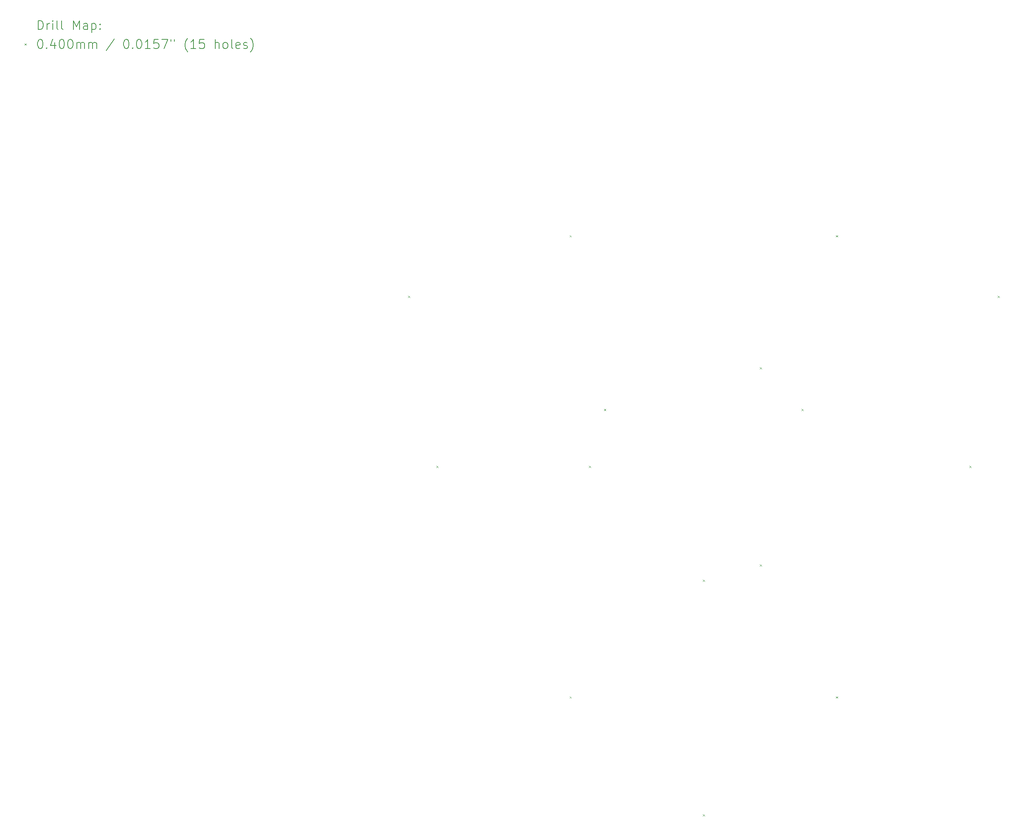
<source format=gbr>
%TF.GenerationSoftware,KiCad,Pcbnew,7.0.7*%
%TF.CreationDate,2023-10-11T13:50:39+05:30*%
%TF.ProjectId,Six-Wedge-Wide-65,5369782d-5765-4646-9765-2d576964652d,rev?*%
%TF.SameCoordinates,Original*%
%TF.FileFunction,Drillmap*%
%TF.FilePolarity,Positive*%
%FSLAX45Y45*%
G04 Gerber Fmt 4.5, Leading zero omitted, Abs format (unit mm)*
G04 Created by KiCad (PCBNEW 7.0.7) date 2023-10-11 13:50:39*
%MOMM*%
%LPD*%
G01*
G04 APERTURE LIST*
%ADD10C,0.200000*%
%ADD11C,0.040000*%
G04 APERTURE END LIST*
D10*
D11*
X8450168Y-6210000D02*
X8490168Y-6250000D01*
X8490168Y-6210000D02*
X8450168Y-6250000D01*
X9080000Y-9980000D02*
X9120000Y-10020000D01*
X9120000Y-9980000D02*
X9080000Y-10020000D01*
X12030000Y-4870450D02*
X12070000Y-4910450D01*
X12070000Y-4870450D02*
X12030000Y-4910450D01*
X12030000Y-15089550D02*
X12070000Y-15129550D01*
X12070000Y-15089550D02*
X12030000Y-15129550D01*
X12455000Y-9980000D02*
X12495000Y-10020000D01*
X12495000Y-9980000D02*
X12455000Y-10020000D01*
X12793286Y-8717500D02*
X12833286Y-8757500D01*
X12833286Y-8717500D02*
X12793286Y-8757500D01*
X14980000Y-12505000D02*
X15020000Y-12545000D01*
X15020000Y-12505000D02*
X14980000Y-12545000D01*
X14980000Y-17700000D02*
X15020000Y-17740000D01*
X15020000Y-17700000D02*
X14980000Y-17740000D01*
X16242500Y-7793286D02*
X16282500Y-7833286D01*
X16282500Y-7793286D02*
X16242500Y-7833286D01*
X16242500Y-12166714D02*
X16282500Y-12206714D01*
X16282500Y-12166714D02*
X16242500Y-12206714D01*
X17166714Y-8717500D02*
X17206714Y-8757500D01*
X17206714Y-8717500D02*
X17166714Y-8757500D01*
X17930000Y-15089550D02*
X17970000Y-15129550D01*
X17970000Y-15089550D02*
X17930000Y-15129550D01*
X17930000Y-4870450D02*
X17970000Y-4910450D01*
X17970000Y-4870450D02*
X17930000Y-4910450D01*
X20880000Y-9980000D02*
X20920000Y-10020000D01*
X20920000Y-9980000D02*
X20880000Y-10020000D01*
X21509832Y-6210000D02*
X21549832Y-6250000D01*
X21549832Y-6210000D02*
X21509832Y-6250000D01*
D10*
X260777Y-311484D02*
X260777Y-111484D01*
X260777Y-111484D02*
X308396Y-111484D01*
X308396Y-111484D02*
X336967Y-121008D01*
X336967Y-121008D02*
X356015Y-140055D01*
X356015Y-140055D02*
X365539Y-159103D01*
X365539Y-159103D02*
X375062Y-197198D01*
X375062Y-197198D02*
X375062Y-225769D01*
X375062Y-225769D02*
X365539Y-263865D01*
X365539Y-263865D02*
X356015Y-282912D01*
X356015Y-282912D02*
X336967Y-301960D01*
X336967Y-301960D02*
X308396Y-311484D01*
X308396Y-311484D02*
X260777Y-311484D01*
X460777Y-311484D02*
X460777Y-178150D01*
X460777Y-216246D02*
X470301Y-197198D01*
X470301Y-197198D02*
X479824Y-187674D01*
X479824Y-187674D02*
X498872Y-178150D01*
X498872Y-178150D02*
X517920Y-178150D01*
X584586Y-311484D02*
X584586Y-178150D01*
X584586Y-111484D02*
X575063Y-121008D01*
X575063Y-121008D02*
X584586Y-130531D01*
X584586Y-130531D02*
X594110Y-121008D01*
X594110Y-121008D02*
X584586Y-111484D01*
X584586Y-111484D02*
X584586Y-130531D01*
X708396Y-311484D02*
X689348Y-301960D01*
X689348Y-301960D02*
X679824Y-282912D01*
X679824Y-282912D02*
X679824Y-111484D01*
X813158Y-311484D02*
X794110Y-301960D01*
X794110Y-301960D02*
X784586Y-282912D01*
X784586Y-282912D02*
X784586Y-111484D01*
X1041729Y-311484D02*
X1041729Y-111484D01*
X1041729Y-111484D02*
X1108396Y-254341D01*
X1108396Y-254341D02*
X1175063Y-111484D01*
X1175063Y-111484D02*
X1175063Y-311484D01*
X1356015Y-311484D02*
X1356015Y-206722D01*
X1356015Y-206722D02*
X1346491Y-187674D01*
X1346491Y-187674D02*
X1327444Y-178150D01*
X1327444Y-178150D02*
X1289348Y-178150D01*
X1289348Y-178150D02*
X1270301Y-187674D01*
X1356015Y-301960D02*
X1336967Y-311484D01*
X1336967Y-311484D02*
X1289348Y-311484D01*
X1289348Y-311484D02*
X1270301Y-301960D01*
X1270301Y-301960D02*
X1260777Y-282912D01*
X1260777Y-282912D02*
X1260777Y-263865D01*
X1260777Y-263865D02*
X1270301Y-244817D01*
X1270301Y-244817D02*
X1289348Y-235293D01*
X1289348Y-235293D02*
X1336967Y-235293D01*
X1336967Y-235293D02*
X1356015Y-225769D01*
X1451253Y-178150D02*
X1451253Y-378150D01*
X1451253Y-187674D02*
X1470301Y-178150D01*
X1470301Y-178150D02*
X1508396Y-178150D01*
X1508396Y-178150D02*
X1527443Y-187674D01*
X1527443Y-187674D02*
X1536967Y-197198D01*
X1536967Y-197198D02*
X1546491Y-216246D01*
X1546491Y-216246D02*
X1546491Y-273389D01*
X1546491Y-273389D02*
X1536967Y-292436D01*
X1536967Y-292436D02*
X1527443Y-301960D01*
X1527443Y-301960D02*
X1508396Y-311484D01*
X1508396Y-311484D02*
X1470301Y-311484D01*
X1470301Y-311484D02*
X1451253Y-301960D01*
X1632205Y-292436D02*
X1641729Y-301960D01*
X1641729Y-301960D02*
X1632205Y-311484D01*
X1632205Y-311484D02*
X1622682Y-301960D01*
X1622682Y-301960D02*
X1632205Y-292436D01*
X1632205Y-292436D02*
X1632205Y-311484D01*
X1632205Y-187674D02*
X1641729Y-197198D01*
X1641729Y-197198D02*
X1632205Y-206722D01*
X1632205Y-206722D02*
X1622682Y-197198D01*
X1622682Y-197198D02*
X1632205Y-187674D01*
X1632205Y-187674D02*
X1632205Y-206722D01*
D11*
X-40000Y-620000D02*
X0Y-660000D01*
X0Y-620000D02*
X-40000Y-660000D01*
D10*
X298872Y-531484D02*
X317920Y-531484D01*
X317920Y-531484D02*
X336967Y-541008D01*
X336967Y-541008D02*
X346491Y-550531D01*
X346491Y-550531D02*
X356015Y-569579D01*
X356015Y-569579D02*
X365539Y-607674D01*
X365539Y-607674D02*
X365539Y-655293D01*
X365539Y-655293D02*
X356015Y-693389D01*
X356015Y-693389D02*
X346491Y-712436D01*
X346491Y-712436D02*
X336967Y-721960D01*
X336967Y-721960D02*
X317920Y-731484D01*
X317920Y-731484D02*
X298872Y-731484D01*
X298872Y-731484D02*
X279824Y-721960D01*
X279824Y-721960D02*
X270301Y-712436D01*
X270301Y-712436D02*
X260777Y-693389D01*
X260777Y-693389D02*
X251253Y-655293D01*
X251253Y-655293D02*
X251253Y-607674D01*
X251253Y-607674D02*
X260777Y-569579D01*
X260777Y-569579D02*
X270301Y-550531D01*
X270301Y-550531D02*
X279824Y-541008D01*
X279824Y-541008D02*
X298872Y-531484D01*
X451253Y-712436D02*
X460777Y-721960D01*
X460777Y-721960D02*
X451253Y-731484D01*
X451253Y-731484D02*
X441729Y-721960D01*
X441729Y-721960D02*
X451253Y-712436D01*
X451253Y-712436D02*
X451253Y-731484D01*
X632205Y-598150D02*
X632205Y-731484D01*
X584586Y-521960D02*
X536967Y-664817D01*
X536967Y-664817D02*
X660777Y-664817D01*
X775062Y-531484D02*
X794110Y-531484D01*
X794110Y-531484D02*
X813158Y-541008D01*
X813158Y-541008D02*
X822682Y-550531D01*
X822682Y-550531D02*
X832205Y-569579D01*
X832205Y-569579D02*
X841729Y-607674D01*
X841729Y-607674D02*
X841729Y-655293D01*
X841729Y-655293D02*
X832205Y-693389D01*
X832205Y-693389D02*
X822682Y-712436D01*
X822682Y-712436D02*
X813158Y-721960D01*
X813158Y-721960D02*
X794110Y-731484D01*
X794110Y-731484D02*
X775062Y-731484D01*
X775062Y-731484D02*
X756015Y-721960D01*
X756015Y-721960D02*
X746491Y-712436D01*
X746491Y-712436D02*
X736967Y-693389D01*
X736967Y-693389D02*
X727443Y-655293D01*
X727443Y-655293D02*
X727443Y-607674D01*
X727443Y-607674D02*
X736967Y-569579D01*
X736967Y-569579D02*
X746491Y-550531D01*
X746491Y-550531D02*
X756015Y-541008D01*
X756015Y-541008D02*
X775062Y-531484D01*
X965539Y-531484D02*
X984586Y-531484D01*
X984586Y-531484D02*
X1003634Y-541008D01*
X1003634Y-541008D02*
X1013158Y-550531D01*
X1013158Y-550531D02*
X1022682Y-569579D01*
X1022682Y-569579D02*
X1032205Y-607674D01*
X1032205Y-607674D02*
X1032205Y-655293D01*
X1032205Y-655293D02*
X1022682Y-693389D01*
X1022682Y-693389D02*
X1013158Y-712436D01*
X1013158Y-712436D02*
X1003634Y-721960D01*
X1003634Y-721960D02*
X984586Y-731484D01*
X984586Y-731484D02*
X965539Y-731484D01*
X965539Y-731484D02*
X946491Y-721960D01*
X946491Y-721960D02*
X936967Y-712436D01*
X936967Y-712436D02*
X927443Y-693389D01*
X927443Y-693389D02*
X917920Y-655293D01*
X917920Y-655293D02*
X917920Y-607674D01*
X917920Y-607674D02*
X927443Y-569579D01*
X927443Y-569579D02*
X936967Y-550531D01*
X936967Y-550531D02*
X946491Y-541008D01*
X946491Y-541008D02*
X965539Y-531484D01*
X1117920Y-731484D02*
X1117920Y-598150D01*
X1117920Y-617198D02*
X1127444Y-607674D01*
X1127444Y-607674D02*
X1146491Y-598150D01*
X1146491Y-598150D02*
X1175063Y-598150D01*
X1175063Y-598150D02*
X1194110Y-607674D01*
X1194110Y-607674D02*
X1203634Y-626722D01*
X1203634Y-626722D02*
X1203634Y-731484D01*
X1203634Y-626722D02*
X1213158Y-607674D01*
X1213158Y-607674D02*
X1232205Y-598150D01*
X1232205Y-598150D02*
X1260777Y-598150D01*
X1260777Y-598150D02*
X1279825Y-607674D01*
X1279825Y-607674D02*
X1289348Y-626722D01*
X1289348Y-626722D02*
X1289348Y-731484D01*
X1384586Y-731484D02*
X1384586Y-598150D01*
X1384586Y-617198D02*
X1394110Y-607674D01*
X1394110Y-607674D02*
X1413158Y-598150D01*
X1413158Y-598150D02*
X1441729Y-598150D01*
X1441729Y-598150D02*
X1460777Y-607674D01*
X1460777Y-607674D02*
X1470301Y-626722D01*
X1470301Y-626722D02*
X1470301Y-731484D01*
X1470301Y-626722D02*
X1479824Y-607674D01*
X1479824Y-607674D02*
X1498872Y-598150D01*
X1498872Y-598150D02*
X1527443Y-598150D01*
X1527443Y-598150D02*
X1546491Y-607674D01*
X1546491Y-607674D02*
X1556015Y-626722D01*
X1556015Y-626722D02*
X1556015Y-731484D01*
X1946491Y-521960D02*
X1775063Y-779103D01*
X2203634Y-531484D02*
X2222682Y-531484D01*
X2222682Y-531484D02*
X2241729Y-541008D01*
X2241729Y-541008D02*
X2251253Y-550531D01*
X2251253Y-550531D02*
X2260777Y-569579D01*
X2260777Y-569579D02*
X2270301Y-607674D01*
X2270301Y-607674D02*
X2270301Y-655293D01*
X2270301Y-655293D02*
X2260777Y-693389D01*
X2260777Y-693389D02*
X2251253Y-712436D01*
X2251253Y-712436D02*
X2241729Y-721960D01*
X2241729Y-721960D02*
X2222682Y-731484D01*
X2222682Y-731484D02*
X2203634Y-731484D01*
X2203634Y-731484D02*
X2184587Y-721960D01*
X2184587Y-721960D02*
X2175063Y-712436D01*
X2175063Y-712436D02*
X2165539Y-693389D01*
X2165539Y-693389D02*
X2156015Y-655293D01*
X2156015Y-655293D02*
X2156015Y-607674D01*
X2156015Y-607674D02*
X2165539Y-569579D01*
X2165539Y-569579D02*
X2175063Y-550531D01*
X2175063Y-550531D02*
X2184587Y-541008D01*
X2184587Y-541008D02*
X2203634Y-531484D01*
X2356015Y-712436D02*
X2365539Y-721960D01*
X2365539Y-721960D02*
X2356015Y-731484D01*
X2356015Y-731484D02*
X2346491Y-721960D01*
X2346491Y-721960D02*
X2356015Y-712436D01*
X2356015Y-712436D02*
X2356015Y-731484D01*
X2489348Y-531484D02*
X2508396Y-531484D01*
X2508396Y-531484D02*
X2527444Y-541008D01*
X2527444Y-541008D02*
X2536968Y-550531D01*
X2536968Y-550531D02*
X2546491Y-569579D01*
X2546491Y-569579D02*
X2556015Y-607674D01*
X2556015Y-607674D02*
X2556015Y-655293D01*
X2556015Y-655293D02*
X2546491Y-693389D01*
X2546491Y-693389D02*
X2536968Y-712436D01*
X2536968Y-712436D02*
X2527444Y-721960D01*
X2527444Y-721960D02*
X2508396Y-731484D01*
X2508396Y-731484D02*
X2489348Y-731484D01*
X2489348Y-731484D02*
X2470301Y-721960D01*
X2470301Y-721960D02*
X2460777Y-712436D01*
X2460777Y-712436D02*
X2451253Y-693389D01*
X2451253Y-693389D02*
X2441729Y-655293D01*
X2441729Y-655293D02*
X2441729Y-607674D01*
X2441729Y-607674D02*
X2451253Y-569579D01*
X2451253Y-569579D02*
X2460777Y-550531D01*
X2460777Y-550531D02*
X2470301Y-541008D01*
X2470301Y-541008D02*
X2489348Y-531484D01*
X2746491Y-731484D02*
X2632206Y-731484D01*
X2689348Y-731484D02*
X2689348Y-531484D01*
X2689348Y-531484D02*
X2670301Y-560055D01*
X2670301Y-560055D02*
X2651253Y-579103D01*
X2651253Y-579103D02*
X2632206Y-588627D01*
X2927444Y-531484D02*
X2832206Y-531484D01*
X2832206Y-531484D02*
X2822682Y-626722D01*
X2822682Y-626722D02*
X2832206Y-617198D01*
X2832206Y-617198D02*
X2851253Y-607674D01*
X2851253Y-607674D02*
X2898872Y-607674D01*
X2898872Y-607674D02*
X2917920Y-617198D01*
X2917920Y-617198D02*
X2927444Y-626722D01*
X2927444Y-626722D02*
X2936967Y-645770D01*
X2936967Y-645770D02*
X2936967Y-693389D01*
X2936967Y-693389D02*
X2927444Y-712436D01*
X2927444Y-712436D02*
X2917920Y-721960D01*
X2917920Y-721960D02*
X2898872Y-731484D01*
X2898872Y-731484D02*
X2851253Y-731484D01*
X2851253Y-731484D02*
X2832206Y-721960D01*
X2832206Y-721960D02*
X2822682Y-712436D01*
X3003634Y-531484D02*
X3136967Y-531484D01*
X3136967Y-531484D02*
X3051253Y-731484D01*
X3203634Y-531484D02*
X3203634Y-569579D01*
X3279825Y-531484D02*
X3279825Y-569579D01*
X3575063Y-807674D02*
X3565539Y-798150D01*
X3565539Y-798150D02*
X3546491Y-769579D01*
X3546491Y-769579D02*
X3536968Y-750531D01*
X3536968Y-750531D02*
X3527444Y-721960D01*
X3527444Y-721960D02*
X3517920Y-674341D01*
X3517920Y-674341D02*
X3517920Y-636246D01*
X3517920Y-636246D02*
X3527444Y-588627D01*
X3527444Y-588627D02*
X3536968Y-560055D01*
X3536968Y-560055D02*
X3546491Y-541008D01*
X3546491Y-541008D02*
X3565539Y-512436D01*
X3565539Y-512436D02*
X3575063Y-502912D01*
X3756015Y-731484D02*
X3641729Y-731484D01*
X3698872Y-731484D02*
X3698872Y-531484D01*
X3698872Y-531484D02*
X3679825Y-560055D01*
X3679825Y-560055D02*
X3660777Y-579103D01*
X3660777Y-579103D02*
X3641729Y-588627D01*
X3936968Y-531484D02*
X3841729Y-531484D01*
X3841729Y-531484D02*
X3832206Y-626722D01*
X3832206Y-626722D02*
X3841729Y-617198D01*
X3841729Y-617198D02*
X3860777Y-607674D01*
X3860777Y-607674D02*
X3908396Y-607674D01*
X3908396Y-607674D02*
X3927444Y-617198D01*
X3927444Y-617198D02*
X3936968Y-626722D01*
X3936968Y-626722D02*
X3946491Y-645770D01*
X3946491Y-645770D02*
X3946491Y-693389D01*
X3946491Y-693389D02*
X3936968Y-712436D01*
X3936968Y-712436D02*
X3927444Y-721960D01*
X3927444Y-721960D02*
X3908396Y-731484D01*
X3908396Y-731484D02*
X3860777Y-731484D01*
X3860777Y-731484D02*
X3841729Y-721960D01*
X3841729Y-721960D02*
X3832206Y-712436D01*
X4184587Y-731484D02*
X4184587Y-531484D01*
X4270301Y-731484D02*
X4270301Y-626722D01*
X4270301Y-626722D02*
X4260777Y-607674D01*
X4260777Y-607674D02*
X4241730Y-598150D01*
X4241730Y-598150D02*
X4213158Y-598150D01*
X4213158Y-598150D02*
X4194110Y-607674D01*
X4194110Y-607674D02*
X4184587Y-617198D01*
X4394111Y-731484D02*
X4375063Y-721960D01*
X4375063Y-721960D02*
X4365539Y-712436D01*
X4365539Y-712436D02*
X4356015Y-693389D01*
X4356015Y-693389D02*
X4356015Y-636246D01*
X4356015Y-636246D02*
X4365539Y-617198D01*
X4365539Y-617198D02*
X4375063Y-607674D01*
X4375063Y-607674D02*
X4394111Y-598150D01*
X4394111Y-598150D02*
X4422682Y-598150D01*
X4422682Y-598150D02*
X4441730Y-607674D01*
X4441730Y-607674D02*
X4451253Y-617198D01*
X4451253Y-617198D02*
X4460777Y-636246D01*
X4460777Y-636246D02*
X4460777Y-693389D01*
X4460777Y-693389D02*
X4451253Y-712436D01*
X4451253Y-712436D02*
X4441730Y-721960D01*
X4441730Y-721960D02*
X4422682Y-731484D01*
X4422682Y-731484D02*
X4394111Y-731484D01*
X4575063Y-731484D02*
X4556015Y-721960D01*
X4556015Y-721960D02*
X4546492Y-702912D01*
X4546492Y-702912D02*
X4546492Y-531484D01*
X4727444Y-721960D02*
X4708396Y-731484D01*
X4708396Y-731484D02*
X4670301Y-731484D01*
X4670301Y-731484D02*
X4651253Y-721960D01*
X4651253Y-721960D02*
X4641730Y-702912D01*
X4641730Y-702912D02*
X4641730Y-626722D01*
X4641730Y-626722D02*
X4651253Y-607674D01*
X4651253Y-607674D02*
X4670301Y-598150D01*
X4670301Y-598150D02*
X4708396Y-598150D01*
X4708396Y-598150D02*
X4727444Y-607674D01*
X4727444Y-607674D02*
X4736968Y-626722D01*
X4736968Y-626722D02*
X4736968Y-645770D01*
X4736968Y-645770D02*
X4641730Y-664817D01*
X4813158Y-721960D02*
X4832206Y-731484D01*
X4832206Y-731484D02*
X4870301Y-731484D01*
X4870301Y-731484D02*
X4889349Y-721960D01*
X4889349Y-721960D02*
X4898873Y-702912D01*
X4898873Y-702912D02*
X4898873Y-693389D01*
X4898873Y-693389D02*
X4889349Y-674341D01*
X4889349Y-674341D02*
X4870301Y-664817D01*
X4870301Y-664817D02*
X4841730Y-664817D01*
X4841730Y-664817D02*
X4822682Y-655293D01*
X4822682Y-655293D02*
X4813158Y-636246D01*
X4813158Y-636246D02*
X4813158Y-626722D01*
X4813158Y-626722D02*
X4822682Y-607674D01*
X4822682Y-607674D02*
X4841730Y-598150D01*
X4841730Y-598150D02*
X4870301Y-598150D01*
X4870301Y-598150D02*
X4889349Y-607674D01*
X4965539Y-807674D02*
X4975063Y-798150D01*
X4975063Y-798150D02*
X4994111Y-769579D01*
X4994111Y-769579D02*
X5003634Y-750531D01*
X5003634Y-750531D02*
X5013158Y-721960D01*
X5013158Y-721960D02*
X5022682Y-674341D01*
X5022682Y-674341D02*
X5022682Y-636246D01*
X5022682Y-636246D02*
X5013158Y-588627D01*
X5013158Y-588627D02*
X5003634Y-560055D01*
X5003634Y-560055D02*
X4994111Y-541008D01*
X4994111Y-541008D02*
X4975063Y-512436D01*
X4975063Y-512436D02*
X4965539Y-502912D01*
M02*

</source>
